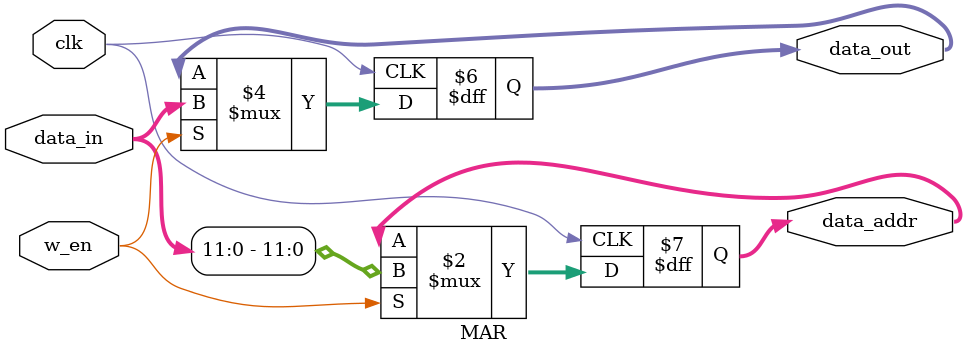
<source format=v>
`timescale 1ns / 1ps
module MAR(
	input clk,
	input w_en,
	output reg [31:0] data_out,
	input [31:0] data_in,
	output reg [11:0] data_addr
);

always @ (posedge clk)
	begin
		if (w_en)
			begin
			data_addr<=data_in[11:0];
			data_out<=data_in;
			end
		end
endmodule
</source>
